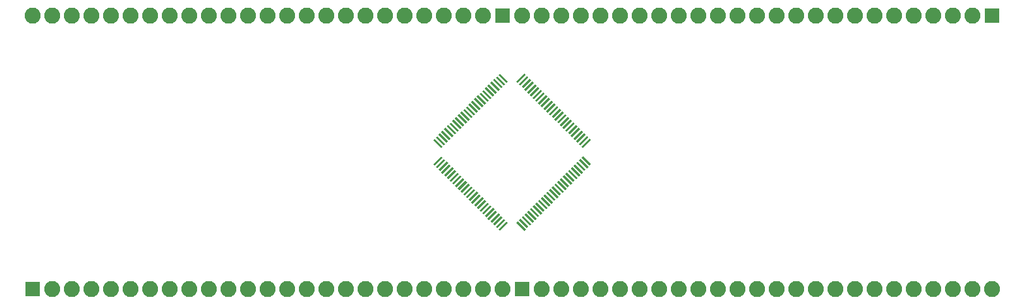
<source format=gbr>
G04 #@! TF.GenerationSoftware,KiCad,Pcbnew,5.0.0-rc2-unknown-da66005~65~ubuntu16.04.1*
G04 #@! TF.CreationDate,2018-05-28T11:28:40+02:00*
G04 #@! TF.ProjectId,AD8113 Breakout LQFP 100,41443831313320427265616B6F757420,rev?*
G04 #@! TF.SameCoordinates,Original*
G04 #@! TF.FileFunction,Soldermask,Top*
G04 #@! TF.FilePolarity,Negative*
%FSLAX46Y46*%
G04 Gerber Fmt 4.6, Leading zero omitted, Abs format (unit mm)*
G04 Created by KiCad (PCBNEW 5.0.0-rc2-unknown-da66005~65~ubuntu16.04.1) date Mon May 28 11:28:40 2018*
%MOMM*%
%LPD*%
G01*
G04 APERTURE LIST*
%ADD10C,0.279400*%
%ADD11C,0.050000*%
%ADD12R,1.879600X1.879600*%
%ADD13C,2.082800*%
G04 APERTURE END LIST*
D10*
G04 #@! TO.C,U1*
X167515512Y-108690795D03*
D11*
G36*
X167093440Y-108071157D02*
X168135150Y-109112867D01*
X167937584Y-109310433D01*
X166895874Y-108268723D01*
X167093440Y-108071157D01*
X167093440Y-108071157D01*
G37*
D10*
X167869067Y-108337240D03*
D11*
G36*
X167446995Y-107717602D02*
X168488705Y-108759312D01*
X168291139Y-108956878D01*
X167249429Y-107915168D01*
X167446995Y-107717602D01*
X167446995Y-107717602D01*
G37*
D10*
X168222620Y-107983688D03*
D11*
G36*
X167800548Y-107364050D02*
X168842258Y-108405760D01*
X168644692Y-108603326D01*
X167602982Y-107561616D01*
X167800548Y-107364050D01*
X167800548Y-107364050D01*
G37*
D10*
X168576172Y-107630135D03*
D11*
G36*
X168154100Y-107010497D02*
X169195810Y-108052207D01*
X168998244Y-108249773D01*
X167956534Y-107208063D01*
X168154100Y-107010497D01*
X168154100Y-107010497D01*
G37*
D10*
X168929727Y-107276581D03*
D11*
G36*
X168507655Y-106656943D02*
X169549365Y-107698653D01*
X169351799Y-107896219D01*
X168310089Y-106854509D01*
X168507655Y-106656943D01*
X168507655Y-106656943D01*
G37*
D10*
X169283279Y-106923028D03*
D11*
G36*
X168861207Y-106303390D02*
X169902917Y-107345100D01*
X169705351Y-107542666D01*
X168663641Y-106500956D01*
X168861207Y-106303390D01*
X168861207Y-106303390D01*
G37*
D10*
X169636834Y-106569473D03*
D11*
G36*
X169214762Y-105949835D02*
X170256472Y-106991545D01*
X170058906Y-107189111D01*
X169017196Y-106147401D01*
X169214762Y-105949835D01*
X169214762Y-105949835D01*
G37*
D10*
X169990387Y-106215921D03*
D11*
G36*
X169568315Y-105596283D02*
X170610025Y-106637993D01*
X170412459Y-106835559D01*
X169370749Y-105793849D01*
X169568315Y-105596283D01*
X169568315Y-105596283D01*
G37*
D10*
X170343939Y-105862368D03*
D11*
G36*
X169921867Y-105242730D02*
X170963577Y-106284440D01*
X170766011Y-106482006D01*
X169724301Y-105440296D01*
X169921867Y-105242730D01*
X169921867Y-105242730D01*
G37*
D10*
X170697494Y-105508814D03*
D11*
G36*
X170275422Y-104889176D02*
X171317132Y-105930886D01*
X171119566Y-106128452D01*
X170077856Y-105086742D01*
X170275422Y-104889176D01*
X170275422Y-104889176D01*
G37*
D10*
X171051046Y-105155261D03*
D11*
G36*
X170628974Y-104535623D02*
X171670684Y-105577333D01*
X171473118Y-105774899D01*
X170431408Y-104733189D01*
X170628974Y-104535623D01*
X170628974Y-104535623D01*
G37*
D10*
X171404599Y-104801708D03*
D11*
G36*
X170982527Y-104182070D02*
X172024237Y-105223780D01*
X171826671Y-105421346D01*
X170784961Y-104379636D01*
X170982527Y-104182070D01*
X170982527Y-104182070D01*
G37*
D10*
X171758154Y-104448154D03*
D11*
G36*
X171336082Y-103828516D02*
X172377792Y-104870226D01*
X172180226Y-105067792D01*
X171138516Y-104026082D01*
X171336082Y-103828516D01*
X171336082Y-103828516D01*
G37*
D10*
X172111706Y-104094601D03*
D11*
G36*
X171689634Y-103474963D02*
X172731344Y-104516673D01*
X172533778Y-104714239D01*
X171492068Y-103672529D01*
X171689634Y-103474963D01*
X171689634Y-103474963D01*
G37*
D10*
X172465261Y-103741046D03*
D11*
G36*
X172043189Y-103121408D02*
X173084899Y-104163118D01*
X172887333Y-104360684D01*
X171845623Y-103318974D01*
X172043189Y-103121408D01*
X172043189Y-103121408D01*
G37*
D10*
X172818814Y-103387494D03*
D11*
G36*
X172396742Y-102767856D02*
X173438452Y-103809566D01*
X173240886Y-104007132D01*
X172199176Y-102965422D01*
X172396742Y-102767856D01*
X172396742Y-102767856D01*
G37*
D10*
X173172367Y-103033941D03*
D11*
G36*
X172750295Y-102414303D02*
X173792005Y-103456013D01*
X173594439Y-103653579D01*
X172552729Y-102611869D01*
X172750295Y-102414303D01*
X172750295Y-102414303D01*
G37*
D10*
X173525921Y-102680387D03*
D11*
G36*
X173103849Y-102060749D02*
X174145559Y-103102459D01*
X173947993Y-103300025D01*
X172906283Y-102258315D01*
X173103849Y-102060749D01*
X173103849Y-102060749D01*
G37*
D10*
X173879473Y-102326834D03*
D11*
G36*
X173457401Y-101707196D02*
X174499111Y-102748906D01*
X174301545Y-102946472D01*
X173259835Y-101904762D01*
X173457401Y-101707196D01*
X173457401Y-101707196D01*
G37*
D10*
X174233028Y-101973279D03*
D11*
G36*
X173810956Y-101353641D02*
X174852666Y-102395351D01*
X174655100Y-102592917D01*
X173613390Y-101551207D01*
X173810956Y-101353641D01*
X173810956Y-101353641D01*
G37*
D10*
X174586581Y-101619727D03*
D11*
G36*
X174164509Y-101000089D02*
X175206219Y-102041799D01*
X175008653Y-102239365D01*
X173966943Y-101197655D01*
X174164509Y-101000089D01*
X174164509Y-101000089D01*
G37*
D10*
X174940133Y-101266174D03*
D11*
G36*
X174518061Y-100646536D02*
X175559771Y-101688246D01*
X175362205Y-101885812D01*
X174320495Y-100844102D01*
X174518061Y-100646536D01*
X174518061Y-100646536D01*
G37*
D10*
X175293688Y-100912620D03*
D11*
G36*
X174871616Y-100292982D02*
X175913326Y-101334692D01*
X175715760Y-101532258D01*
X174674050Y-100490548D01*
X174871616Y-100292982D01*
X174871616Y-100292982D01*
G37*
D10*
X175647240Y-100559067D03*
D11*
G36*
X175225168Y-99939429D02*
X176266878Y-100981139D01*
X176069312Y-101178705D01*
X175027602Y-100136995D01*
X175225168Y-99939429D01*
X175225168Y-99939429D01*
G37*
D10*
X176000795Y-100205512D03*
D11*
G36*
X175578723Y-99585874D02*
X176620433Y-100627584D01*
X176422867Y-100825150D01*
X175381157Y-99783440D01*
X175578723Y-99585874D01*
X175578723Y-99585874D01*
G37*
D10*
X176000795Y-97914488D03*
D11*
G36*
X176620433Y-97492416D02*
X175578723Y-98534126D01*
X175381157Y-98336560D01*
X176422867Y-97294850D01*
X176620433Y-97492416D01*
X176620433Y-97492416D01*
G37*
D10*
X175647240Y-97560933D03*
D11*
G36*
X176266878Y-97138861D02*
X175225168Y-98180571D01*
X175027602Y-97983005D01*
X176069312Y-96941295D01*
X176266878Y-97138861D01*
X176266878Y-97138861D01*
G37*
D10*
X175293688Y-97207380D03*
D11*
G36*
X175913326Y-96785308D02*
X174871616Y-97827018D01*
X174674050Y-97629452D01*
X175715760Y-96587742D01*
X175913326Y-96785308D01*
X175913326Y-96785308D01*
G37*
D10*
X174940135Y-96853828D03*
D11*
G36*
X175559773Y-96431756D02*
X174518063Y-97473466D01*
X174320497Y-97275900D01*
X175362207Y-96234190D01*
X175559773Y-96431756D01*
X175559773Y-96431756D01*
G37*
D10*
X174586581Y-96500273D03*
D11*
G36*
X175206219Y-96078201D02*
X174164509Y-97119911D01*
X173966943Y-96922345D01*
X175008653Y-95880635D01*
X175206219Y-96078201D01*
X175206219Y-96078201D01*
G37*
D10*
X174233028Y-96146721D03*
D11*
G36*
X174852666Y-95724649D02*
X173810956Y-96766359D01*
X173613390Y-96568793D01*
X174655100Y-95527083D01*
X174852666Y-95724649D01*
X174852666Y-95724649D01*
G37*
D10*
X173879473Y-95793166D03*
D11*
G36*
X174499111Y-95371094D02*
X173457401Y-96412804D01*
X173259835Y-96215238D01*
X174301545Y-95173528D01*
X174499111Y-95371094D01*
X174499111Y-95371094D01*
G37*
D10*
X173525921Y-95439613D03*
D11*
G36*
X174145559Y-95017541D02*
X173103849Y-96059251D01*
X172906283Y-95861685D01*
X173947993Y-94819975D01*
X174145559Y-95017541D01*
X174145559Y-95017541D01*
G37*
D10*
X173172368Y-95086061D03*
D11*
G36*
X173792006Y-94663989D02*
X172750296Y-95705699D01*
X172552730Y-95508133D01*
X173594440Y-94466423D01*
X173792006Y-94663989D01*
X173792006Y-94663989D01*
G37*
D10*
X172818814Y-94732506D03*
D11*
G36*
X173438452Y-94310434D02*
X172396742Y-95352144D01*
X172199176Y-95154578D01*
X173240886Y-94112868D01*
X173438452Y-94310434D01*
X173438452Y-94310434D01*
G37*
D10*
X172465261Y-94378954D03*
D11*
G36*
X173084899Y-93956882D02*
X172043189Y-94998592D01*
X171845623Y-94801026D01*
X172887333Y-93759316D01*
X173084899Y-93956882D01*
X173084899Y-93956882D01*
G37*
D10*
X172111706Y-94025399D03*
D11*
G36*
X172731344Y-93603327D02*
X171689634Y-94645037D01*
X171492068Y-94447471D01*
X172533778Y-93405761D01*
X172731344Y-93603327D01*
X172731344Y-93603327D01*
G37*
D10*
X171758154Y-93671846D03*
D11*
G36*
X172377792Y-93249774D02*
X171336082Y-94291484D01*
X171138516Y-94093918D01*
X172180226Y-93052208D01*
X172377792Y-93249774D01*
X172377792Y-93249774D01*
G37*
D10*
X171404601Y-93318294D03*
D11*
G36*
X172024239Y-92896222D02*
X170982529Y-93937932D01*
X170784963Y-93740366D01*
X171826673Y-92698656D01*
X172024239Y-92896222D01*
X172024239Y-92896222D01*
G37*
D10*
X171051046Y-92964739D03*
D11*
G36*
X171670684Y-92542667D02*
X170628974Y-93584377D01*
X170431408Y-93386811D01*
X171473118Y-92345101D01*
X171670684Y-92542667D01*
X171670684Y-92542667D01*
G37*
D10*
X170697494Y-92611186D03*
D11*
G36*
X171317132Y-92189114D02*
X170275422Y-93230824D01*
X170077856Y-93033258D01*
X171119566Y-91991548D01*
X171317132Y-92189114D01*
X171317132Y-92189114D01*
G37*
D10*
X170343939Y-92257632D03*
D11*
G36*
X170963577Y-91835560D02*
X169921867Y-92877270D01*
X169724301Y-92679704D01*
X170766011Y-91637994D01*
X170963577Y-91835560D01*
X170963577Y-91835560D01*
G37*
D10*
X169990387Y-91904079D03*
D11*
G36*
X170610025Y-91482007D02*
X169568315Y-92523717D01*
X169370749Y-92326151D01*
X170412459Y-91284441D01*
X170610025Y-91482007D01*
X170610025Y-91482007D01*
G37*
D10*
X169636834Y-91550527D03*
D11*
G36*
X170256472Y-91128455D02*
X169214762Y-92170165D01*
X169017196Y-91972599D01*
X170058906Y-90930889D01*
X170256472Y-91128455D01*
X170256472Y-91128455D01*
G37*
D10*
X169283279Y-91196972D03*
D11*
G36*
X169902917Y-90774900D02*
X168861207Y-91816610D01*
X168663641Y-91619044D01*
X169705351Y-90577334D01*
X169902917Y-90774900D01*
X169902917Y-90774900D01*
G37*
D10*
X168929727Y-90843419D03*
D11*
G36*
X169549365Y-90421347D02*
X168507655Y-91463057D01*
X168310089Y-91265491D01*
X169351799Y-90223781D01*
X169549365Y-90421347D01*
X169549365Y-90421347D01*
G37*
D10*
X168576172Y-90489865D03*
D11*
G36*
X169195810Y-90067793D02*
X168154100Y-91109503D01*
X167956534Y-90911937D01*
X168998244Y-89870227D01*
X169195810Y-90067793D01*
X169195810Y-90067793D01*
G37*
D10*
X168222620Y-90136312D03*
D11*
G36*
X168842258Y-89714240D02*
X167800548Y-90755950D01*
X167602982Y-90558384D01*
X168644692Y-89516674D01*
X168842258Y-89714240D01*
X168842258Y-89714240D01*
G37*
D10*
X167869067Y-89782760D03*
D11*
G36*
X168488705Y-89360688D02*
X167446995Y-90402398D01*
X167249429Y-90204832D01*
X168291139Y-89163122D01*
X168488705Y-89360688D01*
X168488705Y-89360688D01*
G37*
D10*
X167515512Y-89429205D03*
D11*
G36*
X168135150Y-89007133D02*
X167093440Y-90048843D01*
X166895874Y-89851277D01*
X167937584Y-88809567D01*
X168135150Y-89007133D01*
X168135150Y-89007133D01*
G37*
D10*
X165224488Y-89429205D03*
D11*
G36*
X164802416Y-88809567D02*
X165844126Y-89851277D01*
X165646560Y-90048843D01*
X164604850Y-89007133D01*
X164802416Y-88809567D01*
X164802416Y-88809567D01*
G37*
D10*
X164870933Y-89782760D03*
D11*
G36*
X164448861Y-89163122D02*
X165490571Y-90204832D01*
X165293005Y-90402398D01*
X164251295Y-89360688D01*
X164448861Y-89163122D01*
X164448861Y-89163122D01*
G37*
D10*
X164517380Y-90136312D03*
D11*
G36*
X164095308Y-89516674D02*
X165137018Y-90558384D01*
X164939452Y-90755950D01*
X163897742Y-89714240D01*
X164095308Y-89516674D01*
X164095308Y-89516674D01*
G37*
D10*
X164163828Y-90489865D03*
D11*
G36*
X163741756Y-89870227D02*
X164783466Y-90911937D01*
X164585900Y-91109503D01*
X163544190Y-90067793D01*
X163741756Y-89870227D01*
X163741756Y-89870227D01*
G37*
D10*
X163810273Y-90843419D03*
D11*
G36*
X163388201Y-90223781D02*
X164429911Y-91265491D01*
X164232345Y-91463057D01*
X163190635Y-90421347D01*
X163388201Y-90223781D01*
X163388201Y-90223781D01*
G37*
D10*
X163456721Y-91196972D03*
D11*
G36*
X163034649Y-90577334D02*
X164076359Y-91619044D01*
X163878793Y-91816610D01*
X162837083Y-90774900D01*
X163034649Y-90577334D01*
X163034649Y-90577334D01*
G37*
D10*
X163103166Y-91550527D03*
D11*
G36*
X162681094Y-90930889D02*
X163722804Y-91972599D01*
X163525238Y-92170165D01*
X162483528Y-91128455D01*
X162681094Y-90930889D01*
X162681094Y-90930889D01*
G37*
D10*
X162749613Y-91904079D03*
D11*
G36*
X162327541Y-91284441D02*
X163369251Y-92326151D01*
X163171685Y-92523717D01*
X162129975Y-91482007D01*
X162327541Y-91284441D01*
X162327541Y-91284441D01*
G37*
D10*
X162396061Y-92257632D03*
D11*
G36*
X161973989Y-91637994D02*
X163015699Y-92679704D01*
X162818133Y-92877270D01*
X161776423Y-91835560D01*
X161973989Y-91637994D01*
X161973989Y-91637994D01*
G37*
D10*
X162042506Y-92611186D03*
D11*
G36*
X161620434Y-91991548D02*
X162662144Y-93033258D01*
X162464578Y-93230824D01*
X161422868Y-92189114D01*
X161620434Y-91991548D01*
X161620434Y-91991548D01*
G37*
D10*
X161688954Y-92964739D03*
D11*
G36*
X161266882Y-92345101D02*
X162308592Y-93386811D01*
X162111026Y-93584377D01*
X161069316Y-92542667D01*
X161266882Y-92345101D01*
X161266882Y-92345101D01*
G37*
D10*
X161335399Y-93318294D03*
D11*
G36*
X160913327Y-92698656D02*
X161955037Y-93740366D01*
X161757471Y-93937932D01*
X160715761Y-92896222D01*
X160913327Y-92698656D01*
X160913327Y-92698656D01*
G37*
D10*
X160981846Y-93671846D03*
D11*
G36*
X160559774Y-93052208D02*
X161601484Y-94093918D01*
X161403918Y-94291484D01*
X160362208Y-93249774D01*
X160559774Y-93052208D01*
X160559774Y-93052208D01*
G37*
D10*
X160628294Y-94025399D03*
D11*
G36*
X160206222Y-93405761D02*
X161247932Y-94447471D01*
X161050366Y-94645037D01*
X160008656Y-93603327D01*
X160206222Y-93405761D01*
X160206222Y-93405761D01*
G37*
D10*
X160274739Y-94378954D03*
D11*
G36*
X159852667Y-93759316D02*
X160894377Y-94801026D01*
X160696811Y-94998592D01*
X159655101Y-93956882D01*
X159852667Y-93759316D01*
X159852667Y-93759316D01*
G37*
D10*
X159921186Y-94732506D03*
D11*
G36*
X159499114Y-94112868D02*
X160540824Y-95154578D01*
X160343258Y-95352144D01*
X159301548Y-94310434D01*
X159499114Y-94112868D01*
X159499114Y-94112868D01*
G37*
D10*
X159567632Y-95086061D03*
D11*
G36*
X159145560Y-94466423D02*
X160187270Y-95508133D01*
X159989704Y-95705699D01*
X158947994Y-94663989D01*
X159145560Y-94466423D01*
X159145560Y-94466423D01*
G37*
D10*
X159214079Y-95439613D03*
D11*
G36*
X158792007Y-94819975D02*
X159833717Y-95861685D01*
X159636151Y-96059251D01*
X158594441Y-95017541D01*
X158792007Y-94819975D01*
X158792007Y-94819975D01*
G37*
D10*
X158860527Y-95793166D03*
D11*
G36*
X158438455Y-95173528D02*
X159480165Y-96215238D01*
X159282599Y-96412804D01*
X158240889Y-95371094D01*
X158438455Y-95173528D01*
X158438455Y-95173528D01*
G37*
D10*
X158506972Y-96146721D03*
D11*
G36*
X158084900Y-95527083D02*
X159126610Y-96568793D01*
X158929044Y-96766359D01*
X157887334Y-95724649D01*
X158084900Y-95527083D01*
X158084900Y-95527083D01*
G37*
D10*
X158153419Y-96500273D03*
D11*
G36*
X157731347Y-95880635D02*
X158773057Y-96922345D01*
X158575491Y-97119911D01*
X157533781Y-96078201D01*
X157731347Y-95880635D01*
X157731347Y-95880635D01*
G37*
D10*
X157799865Y-96853828D03*
D11*
G36*
X157377793Y-96234190D02*
X158419503Y-97275900D01*
X158221937Y-97473466D01*
X157180227Y-96431756D01*
X157377793Y-96234190D01*
X157377793Y-96234190D01*
G37*
D10*
X157446312Y-97207380D03*
D11*
G36*
X157024240Y-96587742D02*
X158065950Y-97629452D01*
X157868384Y-97827018D01*
X156826674Y-96785308D01*
X157024240Y-96587742D01*
X157024240Y-96587742D01*
G37*
D10*
X157092760Y-97560933D03*
D11*
G36*
X156670688Y-96941295D02*
X157712398Y-97983005D01*
X157514832Y-98180571D01*
X156473122Y-97138861D01*
X156670688Y-96941295D01*
X156670688Y-96941295D01*
G37*
D10*
X156739205Y-97914488D03*
D11*
G36*
X156317133Y-97294850D02*
X157358843Y-98336560D01*
X157161277Y-98534126D01*
X156119567Y-97492416D01*
X156317133Y-97294850D01*
X156317133Y-97294850D01*
G37*
D10*
X156739205Y-100205512D03*
D11*
G36*
X157358843Y-99783440D02*
X156317133Y-100825150D01*
X156119567Y-100627584D01*
X157161277Y-99585874D01*
X157358843Y-99783440D01*
X157358843Y-99783440D01*
G37*
D10*
X157092760Y-100559067D03*
D11*
G36*
X157712398Y-100136995D02*
X156670688Y-101178705D01*
X156473122Y-100981139D01*
X157514832Y-99939429D01*
X157712398Y-100136995D01*
X157712398Y-100136995D01*
G37*
D10*
X157446312Y-100912620D03*
D11*
G36*
X158065950Y-100490548D02*
X157024240Y-101532258D01*
X156826674Y-101334692D01*
X157868384Y-100292982D01*
X158065950Y-100490548D01*
X158065950Y-100490548D01*
G37*
D10*
X157799865Y-101266172D03*
D11*
G36*
X158419503Y-100844100D02*
X157377793Y-101885810D01*
X157180227Y-101688244D01*
X158221937Y-100646534D01*
X158419503Y-100844100D01*
X158419503Y-100844100D01*
G37*
D10*
X158153419Y-101619727D03*
D11*
G36*
X158773057Y-101197655D02*
X157731347Y-102239365D01*
X157533781Y-102041799D01*
X158575491Y-101000089D01*
X158773057Y-101197655D01*
X158773057Y-101197655D01*
G37*
D10*
X158506972Y-101973279D03*
D11*
G36*
X159126610Y-101551207D02*
X158084900Y-102592917D01*
X157887334Y-102395351D01*
X158929044Y-101353641D01*
X159126610Y-101551207D01*
X159126610Y-101551207D01*
G37*
D10*
X158860527Y-102326834D03*
D11*
G36*
X159480165Y-101904762D02*
X158438455Y-102946472D01*
X158240889Y-102748906D01*
X159282599Y-101707196D01*
X159480165Y-101904762D01*
X159480165Y-101904762D01*
G37*
D10*
X159214079Y-102680387D03*
D11*
G36*
X159833717Y-102258315D02*
X158792007Y-103300025D01*
X158594441Y-103102459D01*
X159636151Y-102060749D01*
X159833717Y-102258315D01*
X159833717Y-102258315D01*
G37*
D10*
X159567632Y-103033939D03*
D11*
G36*
X160187270Y-102611867D02*
X159145560Y-103653577D01*
X158947994Y-103456011D01*
X159989704Y-102414301D01*
X160187270Y-102611867D01*
X160187270Y-102611867D01*
G37*
D10*
X159921186Y-103387494D03*
D11*
G36*
X160540824Y-102965422D02*
X159499114Y-104007132D01*
X159301548Y-103809566D01*
X160343258Y-102767856D01*
X160540824Y-102965422D01*
X160540824Y-102965422D01*
G37*
D10*
X160274739Y-103741046D03*
D11*
G36*
X160894377Y-103318974D02*
X159852667Y-104360684D01*
X159655101Y-104163118D01*
X160696811Y-103121408D01*
X160894377Y-103318974D01*
X160894377Y-103318974D01*
G37*
D10*
X160628294Y-104094601D03*
D11*
G36*
X161247932Y-103672529D02*
X160206222Y-104714239D01*
X160008656Y-104516673D01*
X161050366Y-103474963D01*
X161247932Y-103672529D01*
X161247932Y-103672529D01*
G37*
D10*
X160981846Y-104448154D03*
D11*
G36*
X161601484Y-104026082D02*
X160559774Y-105067792D01*
X160362208Y-104870226D01*
X161403918Y-103828516D01*
X161601484Y-104026082D01*
X161601484Y-104026082D01*
G37*
D10*
X161335399Y-104801706D03*
D11*
G36*
X161955037Y-104379634D02*
X160913327Y-105421344D01*
X160715761Y-105223778D01*
X161757471Y-104182068D01*
X161955037Y-104379634D01*
X161955037Y-104379634D01*
G37*
D10*
X161688954Y-105155261D03*
D11*
G36*
X162308592Y-104733189D02*
X161266882Y-105774899D01*
X161069316Y-105577333D01*
X162111026Y-104535623D01*
X162308592Y-104733189D01*
X162308592Y-104733189D01*
G37*
D10*
X162042506Y-105508814D03*
D11*
G36*
X162662144Y-105086742D02*
X161620434Y-106128452D01*
X161422868Y-105930886D01*
X162464578Y-104889176D01*
X162662144Y-105086742D01*
X162662144Y-105086742D01*
G37*
D10*
X162396061Y-105862368D03*
D11*
G36*
X163015699Y-105440296D02*
X161973989Y-106482006D01*
X161776423Y-106284440D01*
X162818133Y-105242730D01*
X163015699Y-105440296D01*
X163015699Y-105440296D01*
G37*
D10*
X162749613Y-106215921D03*
D11*
G36*
X163369251Y-105793849D02*
X162327541Y-106835559D01*
X162129975Y-106637993D01*
X163171685Y-105596283D01*
X163369251Y-105793849D01*
X163369251Y-105793849D01*
G37*
D10*
X163103166Y-106569473D03*
D11*
G36*
X163722804Y-106147401D02*
X162681094Y-107189111D01*
X162483528Y-106991545D01*
X163525238Y-105949835D01*
X163722804Y-106147401D01*
X163722804Y-106147401D01*
G37*
D10*
X163456721Y-106923028D03*
D11*
G36*
X164076359Y-106500956D02*
X163034649Y-107542666D01*
X162837083Y-107345100D01*
X163878793Y-106303390D01*
X164076359Y-106500956D01*
X164076359Y-106500956D01*
G37*
D10*
X163810273Y-107276581D03*
D11*
G36*
X164429911Y-106854509D02*
X163388201Y-107896219D01*
X163190635Y-107698653D01*
X164232345Y-106656943D01*
X164429911Y-106854509D01*
X164429911Y-106854509D01*
G37*
D10*
X164163828Y-107630135D03*
D11*
G36*
X164783466Y-107208063D02*
X163741756Y-108249773D01*
X163544190Y-108052207D01*
X164585900Y-107010497D01*
X164783466Y-107208063D01*
X164783466Y-107208063D01*
G37*
D10*
X164517380Y-107983688D03*
D11*
G36*
X165137018Y-107561616D02*
X164095308Y-108603326D01*
X163897742Y-108405760D01*
X164939452Y-107364050D01*
X165137018Y-107561616D01*
X165137018Y-107561616D01*
G37*
D10*
X164870933Y-108337240D03*
D11*
G36*
X165490571Y-107915168D02*
X164448861Y-108956878D01*
X164251295Y-108759312D01*
X165293005Y-107717602D01*
X165490571Y-107915168D01*
X165490571Y-107915168D01*
G37*
D10*
X165224488Y-108690795D03*
D11*
G36*
X165844126Y-108268723D02*
X164802416Y-109310433D01*
X164604850Y-109112867D01*
X165646560Y-108071157D01*
X165844126Y-108268723D01*
X165844126Y-108268723D01*
G37*
G04 #@! TD*
D12*
G04 #@! TO.C,J1*
X167640000Y-116840000D03*
D13*
X170180000Y-116840000D03*
X172720000Y-116840000D03*
X175260000Y-116840000D03*
X177800000Y-116840000D03*
X180340000Y-116840000D03*
X182880000Y-116840000D03*
X185420000Y-116840000D03*
X187960000Y-116840000D03*
X190500000Y-116840000D03*
X193040000Y-116840000D03*
X195580000Y-116840000D03*
X198120000Y-116840000D03*
X200660000Y-116840000D03*
X203200000Y-116840000D03*
X205740000Y-116840000D03*
X208280000Y-116840000D03*
X210820000Y-116840000D03*
X213360000Y-116840000D03*
X215900000Y-116840000D03*
X218440000Y-116840000D03*
X220980000Y-116840000D03*
X223520000Y-116840000D03*
X226060000Y-116840000D03*
X228600000Y-116840000D03*
G04 #@! TD*
G04 #@! TO.C,J2*
X167640000Y-81280000D03*
X170180000Y-81280000D03*
X172720000Y-81280000D03*
X175260000Y-81280000D03*
X177800000Y-81280000D03*
X180340000Y-81280000D03*
X182880000Y-81280000D03*
X185420000Y-81280000D03*
X187960000Y-81280000D03*
X190500000Y-81280000D03*
X193040000Y-81280000D03*
X195580000Y-81280000D03*
X198120000Y-81280000D03*
X200660000Y-81280000D03*
X203200000Y-81280000D03*
X205740000Y-81280000D03*
X208280000Y-81280000D03*
X210820000Y-81280000D03*
X213360000Y-81280000D03*
X215900000Y-81280000D03*
X218440000Y-81280000D03*
X220980000Y-81280000D03*
X223520000Y-81280000D03*
X226060000Y-81280000D03*
D12*
X228600000Y-81280000D03*
G04 #@! TD*
G04 #@! TO.C,J3*
X165100000Y-81280000D03*
D13*
X162560000Y-81280000D03*
X160020000Y-81280000D03*
X157480000Y-81280000D03*
X154940000Y-81280000D03*
X152400000Y-81280000D03*
X149860000Y-81280000D03*
X147320000Y-81280000D03*
X144780000Y-81280000D03*
X142240000Y-81280000D03*
X139700000Y-81280000D03*
X137160000Y-81280000D03*
X134620000Y-81280000D03*
X132080000Y-81280000D03*
X129540000Y-81280000D03*
X127000000Y-81280000D03*
X124460000Y-81280000D03*
X121920000Y-81280000D03*
X119380000Y-81280000D03*
X116840000Y-81280000D03*
X114300000Y-81280000D03*
X111760000Y-81280000D03*
X109220000Y-81280000D03*
X106680000Y-81280000D03*
X104140000Y-81280000D03*
G04 #@! TD*
G04 #@! TO.C,J4*
X165100000Y-116840000D03*
X162560000Y-116840000D03*
X160020000Y-116840000D03*
X157480000Y-116840000D03*
X154940000Y-116840000D03*
X152400000Y-116840000D03*
X149860000Y-116840000D03*
X147320000Y-116840000D03*
X144780000Y-116840000D03*
X142240000Y-116840000D03*
X139700000Y-116840000D03*
X137160000Y-116840000D03*
X134620000Y-116840000D03*
X132080000Y-116840000D03*
X129540000Y-116840000D03*
X127000000Y-116840000D03*
X124460000Y-116840000D03*
X121920000Y-116840000D03*
X119380000Y-116840000D03*
X116840000Y-116840000D03*
X114300000Y-116840000D03*
X111760000Y-116840000D03*
X109220000Y-116840000D03*
X106680000Y-116840000D03*
D12*
X104140000Y-116840000D03*
G04 #@! TD*
M02*

</source>
